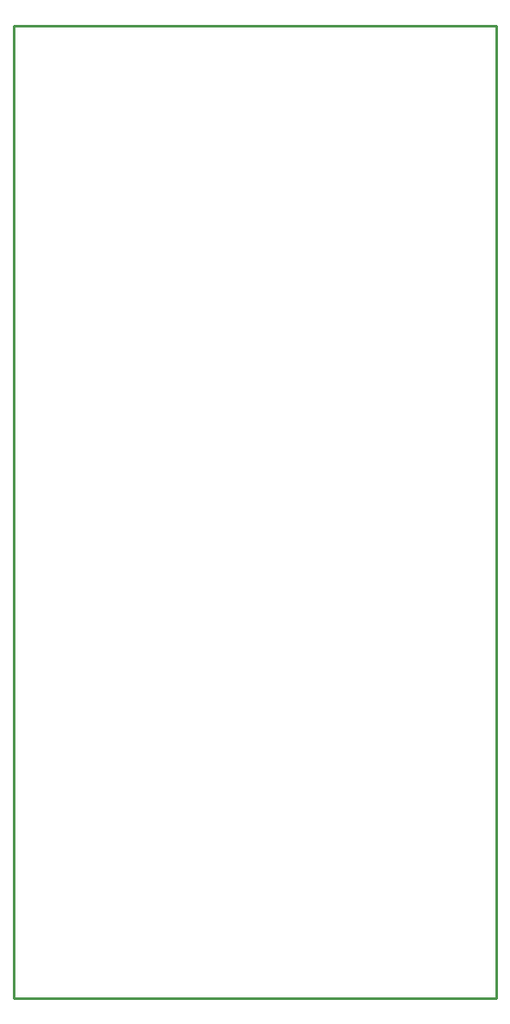
<source format=gbr>
G04 EAGLE Gerber RS-274X export*
G75*
%MOMM*%
%FSLAX34Y34*%
%LPD*%
%IN*%
%IPPOS*%
%AMOC8*
5,1,8,0,0,1.08239X$1,22.5*%
G01*
%ADD10C,0.254000*%


D10*
X0Y0D02*
X476250Y0D01*
X476250Y958850D01*
X0Y958750D01*
X0Y0D01*
M02*

</source>
